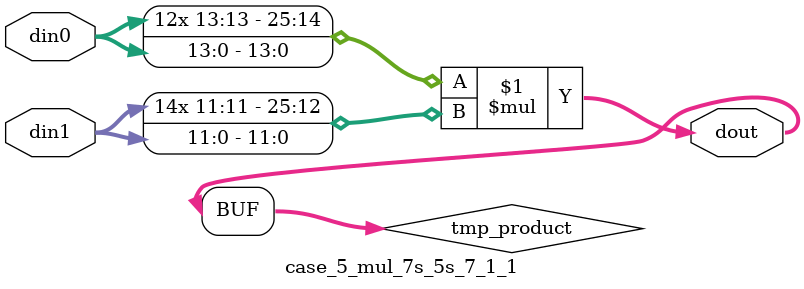
<source format=v>

`timescale 1 ns / 1 ps

 module case_5_mul_7s_5s_7_1_1(din0, din1, dout);
parameter ID = 1;
parameter NUM_STAGE = 0;
parameter din0_WIDTH = 14;
parameter din1_WIDTH = 12;
parameter dout_WIDTH = 26;

input [din0_WIDTH - 1 : 0] din0; 
input [din1_WIDTH - 1 : 0] din1; 
output [dout_WIDTH - 1 : 0] dout;

wire signed [dout_WIDTH - 1 : 0] tmp_product;



























assign tmp_product = $signed(din0) * $signed(din1);








assign dout = tmp_product;





















endmodule

</source>
